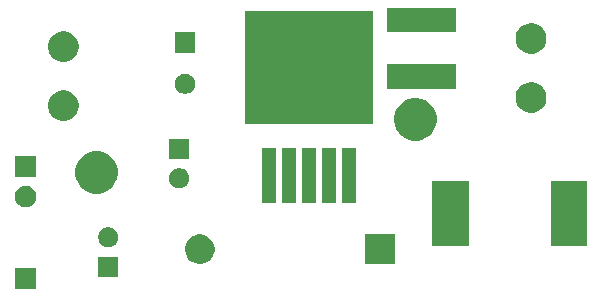
<source format=gbr>
G04 #@! TF.GenerationSoftware,KiCad,Pcbnew,(5.1.5)-3*
G04 #@! TF.CreationDate,2021-03-22T00:26:30+01:00*
G04 #@! TF.ProjectId,12V_to_5V,3132565f-746f-45f3-9556-2e6b69636164,rev?*
G04 #@! TF.SameCoordinates,Original*
G04 #@! TF.FileFunction,Soldermask,Top*
G04 #@! TF.FilePolarity,Negative*
%FSLAX46Y46*%
G04 Gerber Fmt 4.6, Leading zero omitted, Abs format (unit mm)*
G04 Created by KiCad (PCBNEW (5.1.5)-3) date 2021-03-22 00:26:30*
%MOMM*%
%LPD*%
G04 APERTURE LIST*
%ADD10C,0.100000*%
G04 APERTURE END LIST*
D10*
G36*
X87901000Y-98901000D02*
G01*
X86099000Y-98901000D01*
X86099000Y-97099000D01*
X87901000Y-97099000D01*
X87901000Y-98901000D01*
G37*
G36*
X94851000Y-97851000D02*
G01*
X93149000Y-97851000D01*
X93149000Y-96149000D01*
X94851000Y-96149000D01*
X94851000Y-97851000D01*
G37*
G36*
X118251000Y-96751000D02*
G01*
X115749000Y-96751000D01*
X115749000Y-94249000D01*
X118251000Y-94249000D01*
X118251000Y-96751000D01*
G37*
G36*
X102124903Y-94297075D02*
G01*
X102352571Y-94391378D01*
X102557466Y-94528285D01*
X102731715Y-94702534D01*
X102865727Y-94903097D01*
X102868623Y-94907431D01*
X102962925Y-95135097D01*
X102986606Y-95254147D01*
X103011000Y-95376787D01*
X103011000Y-95623213D01*
X102962925Y-95864903D01*
X102868622Y-96092571D01*
X102731715Y-96297466D01*
X102557466Y-96471715D01*
X102352571Y-96608622D01*
X102352570Y-96608623D01*
X102352569Y-96608623D01*
X102124903Y-96702925D01*
X101883214Y-96751000D01*
X101636786Y-96751000D01*
X101395097Y-96702925D01*
X101167431Y-96608623D01*
X101167430Y-96608623D01*
X101167429Y-96608622D01*
X100962534Y-96471715D01*
X100788285Y-96297466D01*
X100651378Y-96092571D01*
X100557075Y-95864903D01*
X100509000Y-95623213D01*
X100509000Y-95376787D01*
X100533395Y-95254147D01*
X100557075Y-95135097D01*
X100651377Y-94907431D01*
X100654273Y-94903097D01*
X100788285Y-94702534D01*
X100962534Y-94528285D01*
X101167429Y-94391378D01*
X101395097Y-94297075D01*
X101636786Y-94249000D01*
X101883214Y-94249000D01*
X102124903Y-94297075D01*
G37*
G36*
X94248228Y-93681703D02*
G01*
X94403100Y-93745853D01*
X94542481Y-93838985D01*
X94661015Y-93957519D01*
X94754147Y-94096900D01*
X94818297Y-94251772D01*
X94851000Y-94416184D01*
X94851000Y-94583816D01*
X94818297Y-94748228D01*
X94754147Y-94903100D01*
X94661015Y-95042481D01*
X94542481Y-95161015D01*
X94403100Y-95254147D01*
X94248228Y-95318297D01*
X94083816Y-95351000D01*
X93916184Y-95351000D01*
X93751772Y-95318297D01*
X93596900Y-95254147D01*
X93457519Y-95161015D01*
X93338985Y-95042481D01*
X93245853Y-94903100D01*
X93181703Y-94748228D01*
X93149000Y-94583816D01*
X93149000Y-94416184D01*
X93181703Y-94251772D01*
X93245853Y-94096900D01*
X93338985Y-93957519D01*
X93457519Y-93838985D01*
X93596900Y-93745853D01*
X93751772Y-93681703D01*
X93916184Y-93649000D01*
X94083816Y-93649000D01*
X94248228Y-93681703D01*
G37*
G36*
X134551000Y-95251000D02*
G01*
X131449000Y-95251000D01*
X131449000Y-89749000D01*
X134551000Y-89749000D01*
X134551000Y-95251000D01*
G37*
G36*
X124551000Y-95251000D02*
G01*
X121449000Y-95251000D01*
X121449000Y-89749000D01*
X124551000Y-89749000D01*
X124551000Y-95251000D01*
G37*
G36*
X87113512Y-90143927D02*
G01*
X87262812Y-90173624D01*
X87426784Y-90241544D01*
X87574354Y-90340147D01*
X87699853Y-90465646D01*
X87798456Y-90613216D01*
X87866376Y-90777188D01*
X87901000Y-90951259D01*
X87901000Y-91128741D01*
X87866376Y-91302812D01*
X87798456Y-91466784D01*
X87699853Y-91614354D01*
X87574354Y-91739853D01*
X87426784Y-91838456D01*
X87262812Y-91906376D01*
X87113512Y-91936073D01*
X87088742Y-91941000D01*
X86911258Y-91941000D01*
X86886488Y-91936073D01*
X86737188Y-91906376D01*
X86573216Y-91838456D01*
X86425646Y-91739853D01*
X86300147Y-91614354D01*
X86201544Y-91466784D01*
X86133624Y-91302812D01*
X86099000Y-91128741D01*
X86099000Y-90951259D01*
X86133624Y-90777188D01*
X86201544Y-90613216D01*
X86300147Y-90465646D01*
X86425646Y-90340147D01*
X86573216Y-90241544D01*
X86737188Y-90173624D01*
X86886488Y-90143927D01*
X86911258Y-90139000D01*
X87088742Y-90139000D01*
X87113512Y-90143927D01*
G37*
G36*
X108201000Y-91626000D02*
G01*
X106999000Y-91626000D01*
X106999000Y-86924000D01*
X108201000Y-86924000D01*
X108201000Y-91626000D01*
G37*
G36*
X115001000Y-91626000D02*
G01*
X113799000Y-91626000D01*
X113799000Y-86924000D01*
X115001000Y-86924000D01*
X115001000Y-91626000D01*
G37*
G36*
X113301000Y-91626000D02*
G01*
X112099000Y-91626000D01*
X112099000Y-86924000D01*
X113301000Y-86924000D01*
X113301000Y-91626000D01*
G37*
G36*
X111601000Y-91626000D02*
G01*
X110399000Y-91626000D01*
X110399000Y-86924000D01*
X111601000Y-86924000D01*
X111601000Y-91626000D01*
G37*
G36*
X109901000Y-91626000D02*
G01*
X108699000Y-91626000D01*
X108699000Y-86924000D01*
X109901000Y-86924000D01*
X109901000Y-91626000D01*
G37*
G36*
X93525331Y-87268211D02*
G01*
X93853092Y-87403974D01*
X94148070Y-87601072D01*
X94398928Y-87851930D01*
X94596026Y-88146908D01*
X94731789Y-88474669D01*
X94801000Y-88822616D01*
X94801000Y-89177384D01*
X94731789Y-89525331D01*
X94596026Y-89853092D01*
X94398928Y-90148070D01*
X94148070Y-90398928D01*
X93853092Y-90596026D01*
X93525331Y-90731789D01*
X93177384Y-90801000D01*
X92822616Y-90801000D01*
X92474669Y-90731789D01*
X92146908Y-90596026D01*
X91851930Y-90398928D01*
X91601072Y-90148070D01*
X91403974Y-89853092D01*
X91268211Y-89525331D01*
X91199000Y-89177384D01*
X91199000Y-88822616D01*
X91268211Y-88474669D01*
X91403974Y-88146908D01*
X91601072Y-87851930D01*
X91851930Y-87601072D01*
X92146908Y-87403974D01*
X92474669Y-87268211D01*
X92822616Y-87199000D01*
X93177384Y-87199000D01*
X93525331Y-87268211D01*
G37*
G36*
X100248228Y-88681703D02*
G01*
X100403100Y-88745853D01*
X100542481Y-88838985D01*
X100661015Y-88957519D01*
X100754147Y-89096900D01*
X100818297Y-89251772D01*
X100851000Y-89416184D01*
X100851000Y-89583816D01*
X100818297Y-89748228D01*
X100754147Y-89903100D01*
X100661015Y-90042481D01*
X100542481Y-90161015D01*
X100403100Y-90254147D01*
X100248228Y-90318297D01*
X100083816Y-90351000D01*
X99916184Y-90351000D01*
X99751772Y-90318297D01*
X99596900Y-90254147D01*
X99457519Y-90161015D01*
X99338985Y-90042481D01*
X99245853Y-89903100D01*
X99181703Y-89748228D01*
X99149000Y-89583816D01*
X99149000Y-89416184D01*
X99181703Y-89251772D01*
X99245853Y-89096900D01*
X99338985Y-88957519D01*
X99457519Y-88838985D01*
X99596900Y-88745853D01*
X99751772Y-88681703D01*
X99916184Y-88649000D01*
X100083816Y-88649000D01*
X100248228Y-88681703D01*
G37*
G36*
X87901000Y-89401000D02*
G01*
X86099000Y-89401000D01*
X86099000Y-87599000D01*
X87901000Y-87599000D01*
X87901000Y-89401000D01*
G37*
G36*
X100851000Y-87851000D02*
G01*
X99149000Y-87851000D01*
X99149000Y-86149000D01*
X100851000Y-86149000D01*
X100851000Y-87851000D01*
G37*
G36*
X120525331Y-82768211D02*
G01*
X120853092Y-82903974D01*
X121148070Y-83101072D01*
X121398928Y-83351930D01*
X121596026Y-83646908D01*
X121731789Y-83974669D01*
X121801000Y-84322616D01*
X121801000Y-84677384D01*
X121731789Y-85025331D01*
X121596026Y-85353092D01*
X121398928Y-85648070D01*
X121148070Y-85898928D01*
X120853092Y-86096026D01*
X120525331Y-86231789D01*
X120177384Y-86301000D01*
X119822616Y-86301000D01*
X119474669Y-86231789D01*
X119146908Y-86096026D01*
X118851930Y-85898928D01*
X118601072Y-85648070D01*
X118403974Y-85353092D01*
X118268211Y-85025331D01*
X118199000Y-84677384D01*
X118199000Y-84322616D01*
X118268211Y-83974669D01*
X118403974Y-83646908D01*
X118601072Y-83351930D01*
X118851930Y-83101072D01*
X119146908Y-82903974D01*
X119474669Y-82768211D01*
X119822616Y-82699000D01*
X120177384Y-82699000D01*
X120525331Y-82768211D01*
G37*
G36*
X116451000Y-84876000D02*
G01*
X105549000Y-84876000D01*
X105549000Y-75374000D01*
X116451000Y-75374000D01*
X116451000Y-84876000D01*
G37*
G36*
X90579487Y-82098996D02*
G01*
X90816253Y-82197068D01*
X90816255Y-82197069D01*
X90901678Y-82254147D01*
X91029339Y-82339447D01*
X91210553Y-82520661D01*
X91352932Y-82733747D01*
X91451004Y-82970513D01*
X91501000Y-83221861D01*
X91501000Y-83478139D01*
X91451004Y-83729487D01*
X91379959Y-83901004D01*
X91352931Y-83966255D01*
X91210553Y-84179339D01*
X91029339Y-84360553D01*
X90816255Y-84502931D01*
X90816254Y-84502932D01*
X90816253Y-84502932D01*
X90579487Y-84601004D01*
X90328139Y-84651000D01*
X90071861Y-84651000D01*
X89820513Y-84601004D01*
X89583747Y-84502932D01*
X89583746Y-84502932D01*
X89583745Y-84502931D01*
X89370661Y-84360553D01*
X89189447Y-84179339D01*
X89047069Y-83966255D01*
X89020041Y-83901004D01*
X88948996Y-83729487D01*
X88899000Y-83478139D01*
X88899000Y-83221861D01*
X88948996Y-82970513D01*
X89047068Y-82733747D01*
X89189447Y-82520661D01*
X89370661Y-82339447D01*
X89498322Y-82254147D01*
X89583745Y-82197069D01*
X89583747Y-82197068D01*
X89820513Y-82098996D01*
X90071861Y-82049000D01*
X90328139Y-82049000D01*
X90579487Y-82098996D01*
G37*
G36*
X130179487Y-81398996D02*
G01*
X130416253Y-81497068D01*
X130416255Y-81497069D01*
X130629339Y-81639447D01*
X130810553Y-81820661D01*
X130897643Y-81951000D01*
X130952932Y-82033747D01*
X131051004Y-82270513D01*
X131101000Y-82521861D01*
X131101000Y-82778139D01*
X131051004Y-83029487D01*
X131021352Y-83101072D01*
X130952931Y-83266255D01*
X130810553Y-83479339D01*
X130629339Y-83660553D01*
X130416255Y-83802931D01*
X130416254Y-83802932D01*
X130416253Y-83802932D01*
X130179487Y-83901004D01*
X129928139Y-83951000D01*
X129671861Y-83951000D01*
X129420513Y-83901004D01*
X129183747Y-83802932D01*
X129183746Y-83802932D01*
X129183745Y-83802931D01*
X128970661Y-83660553D01*
X128789447Y-83479339D01*
X128647069Y-83266255D01*
X128578648Y-83101072D01*
X128548996Y-83029487D01*
X128499000Y-82778139D01*
X128499000Y-82521861D01*
X128548996Y-82270513D01*
X128647068Y-82033747D01*
X128702358Y-81951000D01*
X128789447Y-81820661D01*
X128970661Y-81639447D01*
X129183745Y-81497069D01*
X129183747Y-81497068D01*
X129420513Y-81398996D01*
X129671861Y-81349000D01*
X129928139Y-81349000D01*
X130179487Y-81398996D01*
G37*
G36*
X100748228Y-80681703D02*
G01*
X100903100Y-80745853D01*
X101042481Y-80838985D01*
X101161015Y-80957519D01*
X101254147Y-81096900D01*
X101318297Y-81251772D01*
X101351000Y-81416184D01*
X101351000Y-81583816D01*
X101318297Y-81748228D01*
X101254147Y-81903100D01*
X101161015Y-82042481D01*
X101042481Y-82161015D01*
X100903100Y-82254147D01*
X100748228Y-82318297D01*
X100583816Y-82351000D01*
X100416184Y-82351000D01*
X100251772Y-82318297D01*
X100096900Y-82254147D01*
X99957519Y-82161015D01*
X99838985Y-82042481D01*
X99745853Y-81903100D01*
X99681703Y-81748228D01*
X99649000Y-81583816D01*
X99649000Y-81416184D01*
X99681703Y-81251772D01*
X99745853Y-81096900D01*
X99838985Y-80957519D01*
X99957519Y-80838985D01*
X100096900Y-80745853D01*
X100251772Y-80681703D01*
X100416184Y-80649000D01*
X100583816Y-80649000D01*
X100748228Y-80681703D01*
G37*
G36*
X123401000Y-81951000D02*
G01*
X117599000Y-81951000D01*
X117599000Y-79849000D01*
X123401000Y-79849000D01*
X123401000Y-81951000D01*
G37*
G36*
X90579487Y-77098996D02*
G01*
X90816253Y-77197068D01*
X90816255Y-77197069D01*
X90926170Y-77270512D01*
X91029339Y-77339447D01*
X91210553Y-77520661D01*
X91352932Y-77733747D01*
X91451004Y-77970513D01*
X91501000Y-78221861D01*
X91501000Y-78478139D01*
X91451004Y-78729487D01*
X91379959Y-78901004D01*
X91352931Y-78966255D01*
X91210553Y-79179339D01*
X91029339Y-79360553D01*
X90816255Y-79502931D01*
X90816254Y-79502932D01*
X90816253Y-79502932D01*
X90579487Y-79601004D01*
X90328139Y-79651000D01*
X90071861Y-79651000D01*
X89820513Y-79601004D01*
X89583747Y-79502932D01*
X89583746Y-79502932D01*
X89583745Y-79502931D01*
X89370661Y-79360553D01*
X89189447Y-79179339D01*
X89047069Y-78966255D01*
X89020041Y-78901004D01*
X88948996Y-78729487D01*
X88899000Y-78478139D01*
X88899000Y-78221861D01*
X88948996Y-77970513D01*
X89047068Y-77733747D01*
X89189447Y-77520661D01*
X89370661Y-77339447D01*
X89473830Y-77270512D01*
X89583745Y-77197069D01*
X89583747Y-77197068D01*
X89820513Y-77098996D01*
X90071861Y-77049000D01*
X90328139Y-77049000D01*
X90579487Y-77098996D01*
G37*
G36*
X130179487Y-76398996D02*
G01*
X130416253Y-76497068D01*
X130416255Y-76497069D01*
X130629339Y-76639447D01*
X130810553Y-76820661D01*
X130952932Y-77033747D01*
X131051004Y-77270513D01*
X131101000Y-77521861D01*
X131101000Y-77778139D01*
X131051004Y-78029487D01*
X130971320Y-78221861D01*
X130952931Y-78266255D01*
X130810553Y-78479339D01*
X130629339Y-78660553D01*
X130416255Y-78802931D01*
X130416254Y-78802932D01*
X130416253Y-78802932D01*
X130179487Y-78901004D01*
X129928139Y-78951000D01*
X129671861Y-78951000D01*
X129420513Y-78901004D01*
X129183747Y-78802932D01*
X129183746Y-78802932D01*
X129183745Y-78802931D01*
X128970661Y-78660553D01*
X128789447Y-78479339D01*
X128647069Y-78266255D01*
X128628680Y-78221861D01*
X128548996Y-78029487D01*
X128499000Y-77778139D01*
X128499000Y-77521861D01*
X128548996Y-77270513D01*
X128647068Y-77033747D01*
X128789447Y-76820661D01*
X128970661Y-76639447D01*
X129183745Y-76497069D01*
X129183747Y-76497068D01*
X129420513Y-76398996D01*
X129671861Y-76349000D01*
X129928139Y-76349000D01*
X130179487Y-76398996D01*
G37*
G36*
X101351000Y-78851000D02*
G01*
X99649000Y-78851000D01*
X99649000Y-77149000D01*
X101351000Y-77149000D01*
X101351000Y-78851000D01*
G37*
G36*
X123401000Y-77151000D02*
G01*
X117599000Y-77151000D01*
X117599000Y-75049000D01*
X123401000Y-75049000D01*
X123401000Y-77151000D01*
G37*
M02*

</source>
